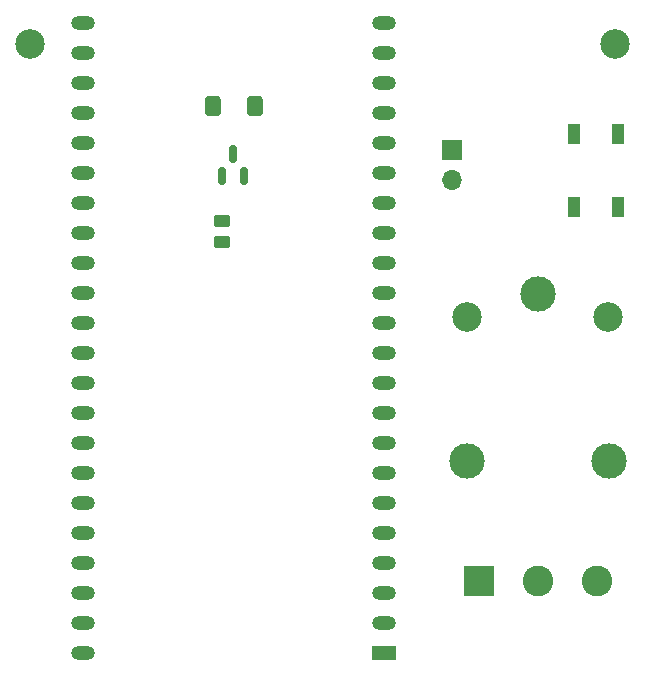
<source format=gbr>
%TF.GenerationSoftware,KiCad,Pcbnew,8.0.6*%
%TF.CreationDate,2024-11-05T11:41:55-08:00*%
%TF.ProjectId,Garage Door Opener,47617261-6765-4204-946f-6f72204f7065,rev?*%
%TF.SameCoordinates,Original*%
%TF.FileFunction,Soldermask,Top*%
%TF.FilePolarity,Negative*%
%FSLAX46Y46*%
G04 Gerber Fmt 4.6, Leading zero omitted, Abs format (unit mm)*
G04 Created by KiCad (PCBNEW 8.0.6) date 2024-11-05 11:41:55*
%MOMM*%
%LPD*%
G01*
G04 APERTURE LIST*
G04 Aperture macros list*
%AMRoundRect*
0 Rectangle with rounded corners*
0 $1 Rounding radius*
0 $2 $3 $4 $5 $6 $7 $8 $9 X,Y pos of 4 corners*
0 Add a 4 corners polygon primitive as box body*
4,1,4,$2,$3,$4,$5,$6,$7,$8,$9,$2,$3,0*
0 Add four circle primitives for the rounded corners*
1,1,$1+$1,$2,$3*
1,1,$1+$1,$4,$5*
1,1,$1+$1,$6,$7*
1,1,$1+$1,$8,$9*
0 Add four rect primitives between the rounded corners*
20,1,$1+$1,$2,$3,$4,$5,0*
20,1,$1+$1,$4,$5,$6,$7,0*
20,1,$1+$1,$6,$7,$8,$9,0*
20,1,$1+$1,$8,$9,$2,$3,0*%
G04 Aperture macros list end*
%ADD10O,2.000000X1.200000*%
%ADD11R,2.000000X1.200000*%
%ADD12R,1.100000X1.800000*%
%ADD13R,2.600000X2.600000*%
%ADD14C,2.600000*%
%ADD15C,2.500000*%
%ADD16C,3.000000*%
%ADD17R,1.700000X1.700000*%
%ADD18O,1.700000X1.700000*%
%ADD19RoundRect,0.250000X0.450000X-0.262500X0.450000X0.262500X-0.450000X0.262500X-0.450000X-0.262500X0*%
%ADD20RoundRect,0.250000X0.400000X0.600000X-0.400000X0.600000X-0.400000X-0.600000X0.400000X-0.600000X0*%
%ADD21RoundRect,0.150000X0.150000X-0.587500X0.150000X0.587500X-0.150000X0.587500X-0.150000X-0.587500X0*%
G04 APERTURE END LIST*
D10*
%TO.C,U1*%
X72250000Y-106257280D03*
X72250000Y-103717280D03*
X72250000Y-101177280D03*
X72250000Y-98637280D03*
X72250000Y-96097280D03*
X72250000Y-93557280D03*
X72250000Y-91017280D03*
X72250000Y-88477280D03*
X72250000Y-85937280D03*
X72250000Y-83397280D03*
X72250000Y-80857280D03*
X72250000Y-78317280D03*
X72250000Y-75777280D03*
X72250000Y-73237280D03*
X72250000Y-70697280D03*
X72250000Y-68157280D03*
X72250000Y-65617280D03*
X72250000Y-63077280D03*
X72250000Y-60537280D03*
X72250000Y-57997280D03*
X72250000Y-55457280D03*
X72250000Y-52917280D03*
X97753680Y-52920000D03*
X97753680Y-55460000D03*
X97753680Y-58000000D03*
X97750000Y-60537280D03*
X97750000Y-63077280D03*
X97750000Y-65617280D03*
X97750000Y-68157280D03*
X97750000Y-70697280D03*
X97750000Y-73237280D03*
X97750000Y-75777280D03*
X97750000Y-78317280D03*
X97750000Y-80857280D03*
X97750000Y-83397280D03*
X97750000Y-85937280D03*
X97750000Y-88477280D03*
X97750000Y-91017280D03*
X97750000Y-93557280D03*
X97750000Y-96097280D03*
X97750000Y-98637280D03*
X97750000Y-101177280D03*
X97750000Y-103717280D03*
D11*
X97750000Y-106257280D03*
%TD*%
D12*
%TO.C,SW1*%
X113800000Y-68500000D03*
X113800000Y-62300000D03*
X117500000Y-68500000D03*
X117500000Y-62300000D03*
%TD*%
D13*
%TO.C,J1*%
X105750000Y-100155000D03*
D14*
X110750000Y-100155000D03*
X115750000Y-100155000D03*
%TD*%
D15*
%TO.C,K1*%
X116700000Y-77800000D03*
X104700000Y-77800000D03*
D16*
X110750000Y-75850000D03*
X116750000Y-90050000D03*
X104700000Y-90000000D03*
%TD*%
D17*
%TO.C,J3*%
X103480000Y-63650000D03*
D18*
X103480000Y-66190000D03*
%TD*%
D15*
%TO.C,REF\u002A\u002A*%
X117250000Y-54750000D03*
%TD*%
D19*
%TO.C,R1*%
X84000000Y-71500000D03*
X84000000Y-69675000D03*
%TD*%
D15*
%TO.C,REF\u002A\u002A*%
X67750000Y-54750000D03*
%TD*%
D20*
%TO.C,D1*%
X83250000Y-59925000D03*
X86750000Y-59925000D03*
%TD*%
D21*
%TO.C,Q1*%
X84000000Y-65925000D03*
X85900000Y-65925000D03*
X84950000Y-64050000D03*
%TD*%
M02*

</source>
